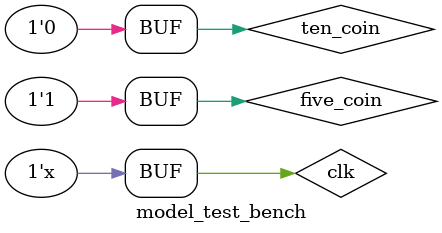
<source format=v>
`timescale 1ns / 1ps


module model_test_bench;

	// Inputs
	reg five_coin;
	reg ten_coin;
	reg clk;

	// Outputs
	wire bottle;
	wire change;
	

	// Instantiate the Unit Under Test (UUT)
	vending_machine uut (
		.five_coin(five_coin), 
		.ten_coin(ten_coin), 
		.clk(clk), 
		.bottle(bottle), 
		.change(change)
	);
	
	always #50 clk = ~clk;
		initial begin
		clk = 0;
		$monitor("Time = %5d, clk = %b, five_coin = %b, ten_coin = %b, bottle = %b, change = %b\n", 
				$time, clk, five_coin, ten_coin, bottle, change);

		#25; // Initial delay for input to settle down before clock comes

		five_coin = 1'b0; ten_coin = 1'b0; // RESET
		#100;

		five_coin = 1'b1; ten_coin = 1'b0; // 3-five_coins
		#100;
		five_coin = 1'b1; ten_coin = 1'b0;
		#100;
		five_coin = 1'b1; ten_coin = 1'b0;
		#100;

		five_coin = 1'b1; ten_coin = 1'b0; // 1-five_coin & 1-ten_coin
		#100;
		five_coin = 1'b0; ten_coin = 1'b1;
		#100;

		five_coin = 1'b0; ten_coin = 1'b1; // 2-ten_coins
		#100;
		five_coin = 1'b0; ten_coin = 1'b1;
		#100;

		five_coin = 1'b0; ten_coin = 1'b1; // 1-ten_coin & 1-five_coin
		#100;
		five_coin = 1'b1; ten_coin = 1'b0;
		#100;
		
		// Add stimulus here
	end
	      
endmodule


</source>
